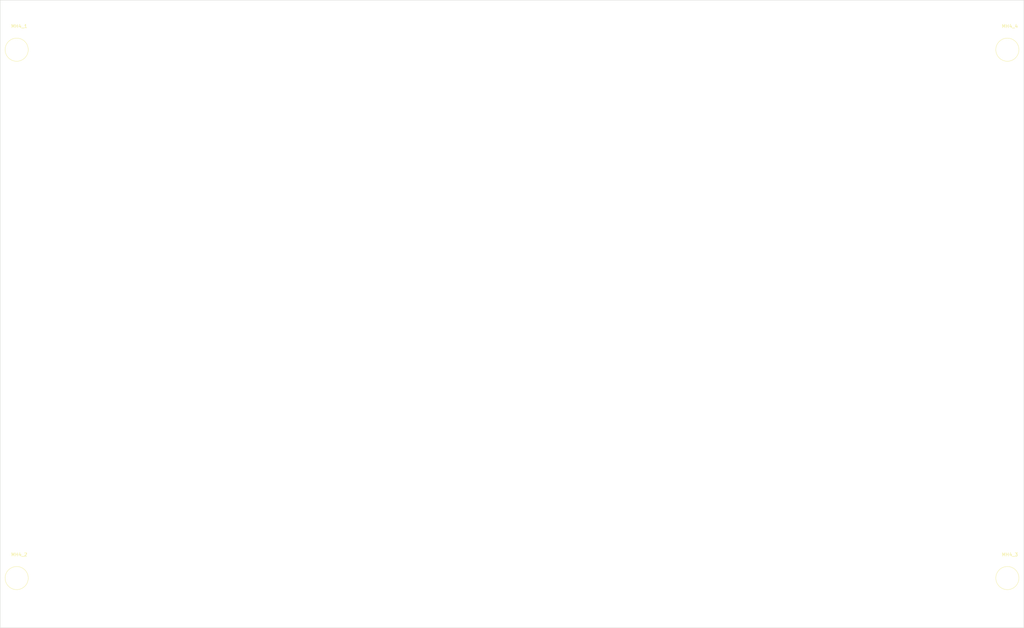
<source format=kicad_pcb>
(kicad_pcb (version 20210824) (generator pcbnew)
  (title_block (title "stend") (date "issue") (rev "rev") (company "comp") (comment 1 "c1") (comment 2 "c2") (comment 3 "c3") (comment 4 "c4") (comment 5 "c5") (comment 6 "c6") (comment 7 "c7") (comment 8 "c8") (comment 9 "c9"))
  (layers (0 "F.Cu" signal) (31 "B.Cu" signal) (34 "B.Paste" user) (35 "F.Paste" user) (36 "B.SilkS" user "B.Silkscreen") (37 "F.SilkS" user "F.Silkscreen") (38 "B.Mask" user) (39 "F.Mask" user) (44 "Edge.Cuts" user))
  (net 0 "")
  (footprint "my_Library_ftprint:mounting hole 4 mm" (layer "F.Cu") (at 55 225)
    (fp_text reference "MH4_2" (at 0.762 -7.112) (layer "F.SilkS"))
    (fp_text value "MH4_")
    (fp_circle (center 0 0) (end 3.5 0) (layer "F.SilkS") (width 0.12) (fill none))
    (pad "" np_thru_hole circle locked (at 0 0) (size 4 4) (drill 4) (layers F&B.Cu *.Mask))
  )
  (footprint "my_Library_ftprint:mounting hole 4 mm" (layer "F.Cu") (at 355 65)
    (fp_text reference "MH4_4" (at 0.762 -7.112) (layer "F.SilkS"))
    (fp_text value "MH4_")
    (fp_circle (center 0 0) (end 3.5 0) (layer "F.SilkS") (width 0.12) (fill none))
    (pad "" np_thru_hole circle locked (at 0 0) (size 4 4) (drill 4) (layers F&B.Cu *.Mask))
  )
  (footprint "my_Library_ftprint:mounting hole 4 mm" (layer "F.Cu") (at 355 225)
    (fp_text reference "MH4_3" (at 0.762 -7.112) (layer "F.SilkS"))
    (fp_text value "MH4_")
    (fp_circle (center 0 0) (end 3.5 0) (layer "F.SilkS") (width 0.12) (fill none))
    (pad "" np_thru_hole circle locked (at 0 0) (size 4 4) (drill 4) (layers F&B.Cu *.Mask))
  )
  (footprint "my_Library_ftprint:mounting hole 4 mm" (layer "F.Cu") (at 55 65)
    (fp_text reference "MH4_1" (at 0.762 -7.112) (layer "F.SilkS"))
    (fp_text value "MH4_")
    (fp_circle (center 0 0) (end 3.5 0) (layer "F.SilkS") (width 0.12) (fill none))
    (pad "" np_thru_hole circle locked (at 0 0) (size 4 4) (drill 4) (layers F&B.Cu *.Mask))
  )
  (gr_line (start 360 50) (end 360 240) (layer "Edge.Cuts") (width 0.1))
  (gr_line (start 360 240) (end 50 240) (layer "Edge.Cuts") (width 0.1))
  (gr_line (start 50 240) (end 50 50) (layer "Edge.Cuts") (width 0.1))
  (gr_line (start 50 50) (end 360 50) (layer "Edge.Cuts") (width 0.1))
)
</source>
